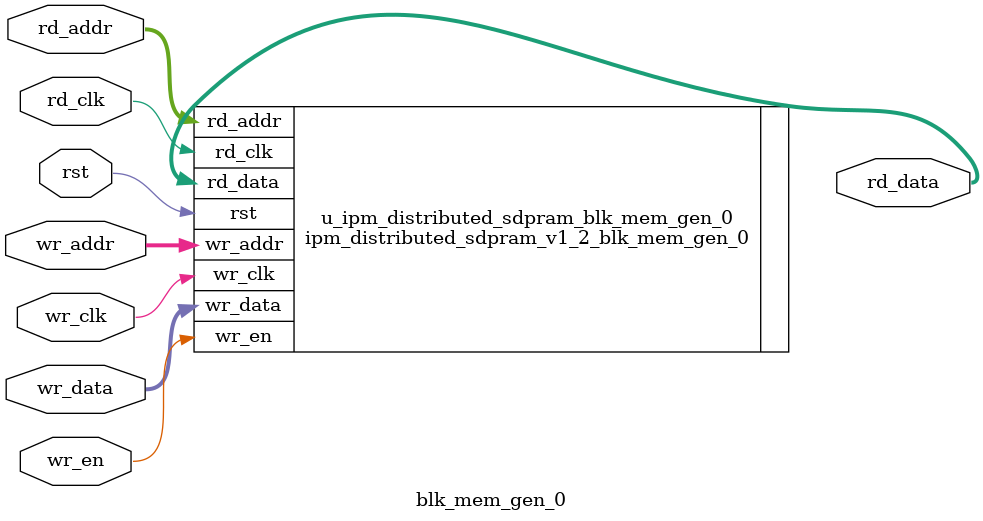
<source format=v>



`timescale 1 ns / 1 ps
module blk_mem_gen_0
     (
      wr_data        ,
      wr_addr        ,
      rd_addr        ,
      wr_clk         ,
      rd_clk         ,
      wr_en          ,
      rst            ,
      rd_data
     );

    localparam ADDR_WIDTH = 10 ; //@IPC int 4,10

    localparam DATA_WIDTH = 8 ; //@IPC int 1,256

    localparam RST_TYPE = "SYNC" ; //@IPC enum ASYNC,SYNC

    localparam OUT_REG = 0 ; //@IPC bool

    localparam INIT_ENABLE = 0 ; //@IPC bool

    localparam INIT_FILE = "NONE" ; //@IPC string

    localparam FILE_FORMAT = "BIN" ; //@IPC enum BIN,HEX


    input    wire     [DATA_WIDTH-1:0]       wr_data               ;
    input    wire     [ADDR_WIDTH-1:0]       wr_addr               ;
    input    wire     [ADDR_WIDTH-1:0]       rd_addr               ;
    input    wire                            wr_clk                ;
    input    wire                            rd_clk                ;
    input    wire                            wr_en                 ;
    input    wire                            rst                   ;
    output   wire     [DATA_WIDTH-1:0]       rd_data               ;


ipm_distributed_sdpram_v1_2_blk_mem_gen_0
    #(
     .ADDR_WIDTH    (ADDR_WIDTH )	,    //address width   range:4-10
     .DATA_WIDTH    (DATA_WIDTH ) 	,    //data width      range:4-256
     .RST_TYPE      (RST_TYPE   )   ,    //reset type   "ASYNC_RESET" "SYNC_RESET"
     .OUT_REG       (OUT_REG    )   ,    //output options :non_register(0)  register(1)
     .INIT_FILE     (INIT_FILE  )   ,
     .FILE_FORMAT   (FILE_FORMAT)
     ) u_ipm_distributed_sdpram_blk_mem_gen_0
     (
      .wr_data      (wr_data    )   ,
      .wr_addr      (wr_addr    )   ,
      .rd_addr      (rd_addr    )   ,
      .wr_clk       (wr_clk     )   ,
      .rd_clk       (rd_clk     )   ,
      .wr_en        (wr_en      )   ,
      .rst          (rst        )   ,
      .rd_data      (rd_data    )
     );
endmodule

</source>
